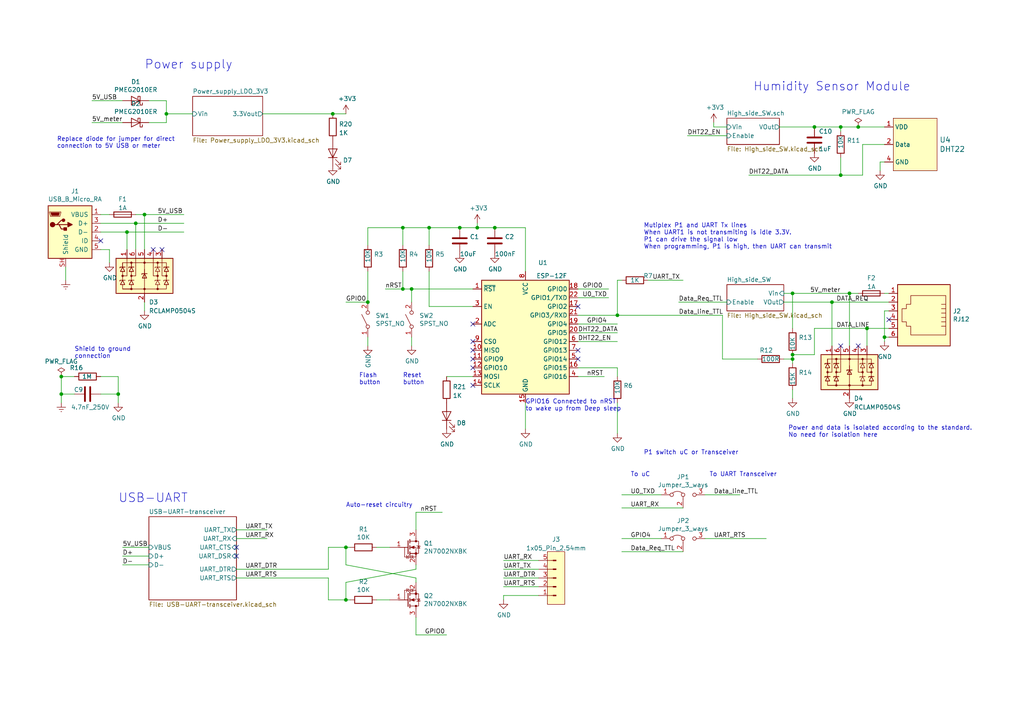
<source format=kicad_sch>
(kicad_sch (version 20211123) (generator eeschema)
  (paper "A4")
  (title_block (title "Smart meter reader to Wifi") (date "2021-12-13") (rev "V1") (company "ODiaz") (comment 1 "Orlando Diaz"))
  (lib_symbols
    (symbol "CON:USB_B_Micro_RA" (pin_names (offset 1.016))
      (property "Reference" "J" (at -3.81 11.43 0))
      (property "Value" "USB_B_Micro_RA" (at -3.81 8.89 0))
      (symbol "USB_B_Micro_RA_1_1"
        (pin power_out line (at 8.89 5.08 180) (length 2.54) (name "VBUS") (number "1"))
        (pin bidirectional line (at 8.89 0 180) (length 2.54) (name "D-") (number "2"))
        (pin bidirectional line (at 8.89 2.54 180) (length 2.54) (name "D+") (number "3"))
        (pin passive line (at 8.89 -2.54 180) (length 2.54) (name "ID") (number "4"))
        (pin power_out line (at 8.89 -5.08 180) (length 2.54) (name "GND") (number "5"))
        (pin passive line (at -1.27 -10.16 90) (length 2.54) (name "Shield") (number "SH"))
      )
    )
    (symbol "Capacitor_Ceramic_SMD_0603:100nF" (pin_numbers hide) (pin_names (offset 0.254))
      (property "Reference" "C" (at 0.635 2.54 0))
      (property "Value" "100nF" (at 0.635 -2.54 0))
      (symbol "100nF_1_1"
        (pin passive line (at 0 3.81 270) (length 2.794) (name "~") (number "1"))
        (pin passive line (at 0 -3.81 90) (length 2.794) (name "~") (number "2"))
      )
    )
    (symbol "Capacitor_Ceramic_SMD_0603:10uF" (pin_numbers hide) (pin_names (offset 0.254))
      (property "Reference" "C" (at 0.635 2.54 0))
      (property "Value" "10uF" (at 0.635 -2.54 0))
      (symbol "10uF_1_1"
        (pin passive line (at 0 3.81 270) (length 2.794) (name "~") (number "1"))
        (pin passive line (at 0 -3.81 90) (length 2.794) (name "~") (number "2"))
      )
    )
    (symbol "Capacitor_Ceramic_SMD_0603:1uF" (pin_numbers hide) (pin_names (offset 0.254))
      (property "Reference" "C" (at 0.635 2.54 0))
      (property "Value" "1uF" (at 0.635 -2.54 0))
      (symbol "1uF_1_1"
        (pin passive line (at 0 3.81 270) (length 2.794) (name "~") (number "1"))
        (pin passive line (at 0 -3.81 90) (length 2.794) (name "~") (number "2"))
      )
    )
    (symbol "Capacitor_Ceramic_SMD_0603:4.7nF_250V" (pin_numbers hide) (pin_names (offset 0.254))
      (property "Reference" "C" (at 0.635 2.54 0))
      (property "Value" "4.7nF_250V" (at 0.635 -2.54 0))
      (symbol "4.7nF_250V_1_1"
        (pin passive line (at 0 3.81 270) (length 2.794) (name "~") (number "1"))
        (pin passive line (at 0 -3.81 90) (length 2.794) (name "~") (number "2"))
      )
    )
    (symbol "Connector_THT:1x05_Pin_2.54mm" (pin_names (offset 1.016) hide)
      (property "Reference" "J" (at -2.54 11.43 0))
      (property "Value" "1x05_Pin_2.54mm" (at 5.08 8.89 0))
      (symbol "1x05_Pin_2.54mm_1_1"
        (pin passive line (at -5.08 5.08 0) (length 3.81) (name "Pin_1") (number "1"))
        (pin passive line (at -5.08 2.54 0) (length 3.81) (name "Pin_2") (number "2"))
        (pin passive line (at -5.08 0 0) (length 3.81) (name "Pin_3") (number "3"))
        (pin passive line (at -5.08 -2.54 0) (length 3.81) (name "Pin_4") (number "4"))
        (pin passive line (at -5.08 -5.08 0) (length 3.81) (name "Pin_5") (number "5"))
      )
    )
    (symbol "Connector_THT:Jumper_3_ways" (pin_names (offset 0) hide)
      (property "Reference" "JP" (at -2.54 -2.54 0))
      (property "Value" "Jumper_3_ways" (at 0 2.794 0))
      (symbol "Jumper_3_ways_1_1"
        (pin passive line (at -6.35 0 0) (length 2.54) (name "A") (number "1"))
        (pin input line (at 0 -3.81 90) (length 2.54) (name "C") (number "2"))
        (pin passive line (at 6.35 0 180) (length 2.54) (name "B") (number "3"))
      )
    )
    (symbol "Connector_THT:RJ12" (pin_names (offset 1.016))
      (property "Reference" "J" (at -5.08 11.43 0))
      (property "Value" "RJ12" (at 2.54 11.43 0))
      (symbol "RJ12_1_1"
        (pin passive line (at 10.16 -5.08 180) (length 2.54) (name "~") (number "1"))
        (pin passive line (at 10.16 -2.54 180) (length 2.54) (name "~") (number "2"))
        (pin passive line (at 10.16 0 180) (length 2.54) (name "~") (number "3"))
        (pin passive line (at 10.16 2.54 180) (length 2.54) (name "~") (number "4"))
        (pin passive line (at 10.16 5.08 180) (length 2.54) (name "~") (number "5"))
        (pin passive line (at 10.16 7.62 180) (length 2.54) (name "~") (number "6"))
      )
    )
    (symbol "Diode_SMD:PMEG2010ER" (pin_numbers hide) (pin_names hide)
      (property "Reference" "D" (at 0 2.54 0))
      (property "Value" "PMEG2010ER" (at 0 -2.54 0))
      (symbol "PMEG2010ER_1_1"
        (pin passive line (at -3.81 0 0) (length 2.54) (name "K") (number "1"))
        (pin passive line (at 3.81 0 180) (length 2.54) (name "A") (number "2"))
      )
    )
    (symbol "Diode_SMD:RCLAMP0504S" (pin_names hide)
      (property "Reference" "D" (at 13.97 2.54 0))
      (property "Value" "RCLAMP0504S" (at 13.97 0.635 0))
      (symbol "RCLAMP0504S_0_0"
        (pin passive line (at 0 -7.62 90) (length 2.54) (name "A") (number "2"))
      )
      (symbol "RCLAMP0504S_1_1"
        (pin passive line (at -5.08 7.62 270) (length 2.54) (name "K1") (number "1"))
        (pin passive line (at 5.08 7.62 270) (length 2.54) (name "K3") (number "3"))
        (pin passive line (at 2.54 7.62 270) (length 2.54) (name "K4") (number "4"))
        (pin passive line (at 0 7.62 270) (length 2.54) (name "K5") (number "5"))
        (pin passive line (at -2.54 7.62 270) (length 2.54) (name "K6") (number "6"))
      )
    )
    (symbol "Fuse_SMD_1206:1A" (pin_numbers hide) (pin_names (offset 0))
      (property "Reference" "F" (at 2.032 0 90))
      (property "Value" "1A" (at -1.905 0 90))
      (symbol "1A_1_1"
        (pin passive line (at 0 3.81 270) (length 1.27) (name "~") (number "1"))
        (pin passive line (at 0 -3.81 90) (length 1.27) (name "~") (number "2"))
      )
    )
    (symbol "IC_Analog:DHT22"
      (property "Reference" "U" (at -5.08 8.89 0))
      (property "Value" "DHT22" (at 2.54 8.89 0))
      (symbol "DHT22_0_0"
        (pin power_in line (at -8.89 5.08 0) (length 2.54) (name "VDD") (number "1"))
      )
      (symbol "DHT22_1_1"
        (pin bidirectional line (at -8.89 0 0) (length 2.54) (name "Data") (number "2"))
        (pin no_connect line (at -8.89 -2.54 0) (length 2.54) hide (name "NC") (number "3"))
        (pin power_in line (at -8.89 -5.08 0) (length 2.54) (name "GND") (number "4"))
      )
    )
    (symbol "IC_Digital:ESP-12F"
      (property "Reference" "U" (at -12.7 19.05 0))
      (property "Value" "ESP-12F" (at 12.7 19.05 0))
      (symbol "ESP-12F_1_1"
        (pin input line (at -15.24 15.24 0) (length 2.54) (name "~{RST}") (number "1"))
        (pin bidirectional line (at -15.24 -2.54 0) (length 2.54) (name "MISO") (number "10"))
        (pin bidirectional line (at -15.24 -5.08 0) (length 2.54) (name "GPIO9") (number "11"))
        (pin bidirectional line (at -15.24 -7.62 0) (length 2.54) (name "GPIO10") (number "12"))
        (pin bidirectional line (at -15.24 -10.16 0) (length 2.54) (name "MOSI") (number "13"))
        (pin bidirectional line (at -15.24 -12.7 0) (length 2.54) (name "SCLK") (number "14"))
        (pin power_in line (at 0 -17.78 90) (length 2.54) (name "GND") (number "15"))
        (pin bidirectional line (at 15.24 -7.62 180) (length 2.54) (name "GPIO15") (number "16"))
        (pin bidirectional line (at 15.24 10.16 180) (length 2.54) (name "GPIO2") (number "17"))
        (pin bidirectional line (at 15.24 15.24 180) (length 2.54) (name "GPIO0") (number "18"))
        (pin bidirectional line (at 15.24 5.08 180) (length 2.54) (name "GPIO4") (number "19"))
        (pin input line (at -15.24 5.08 0) (length 2.54) (name "ADC") (number "2"))
        (pin bidirectional line (at 15.24 2.54 180) (length 2.54) (name "GPIO5") (number "20"))
        (pin bidirectional line (at 15.24 7.62 180) (length 2.54) (name "GPIO3/RXD") (number "21"))
        (pin bidirectional line (at 15.24 12.7 180) (length 2.54) (name "GPIO1/TXD") (number "22"))
        (pin input line (at -15.24 10.16 0) (length 2.54) (name "EN") (number "3"))
        (pin bidirectional line (at 15.24 -10.16 180) (length 2.54) (name "GPIO16") (number "4"))
        (pin bidirectional line (at 15.24 -5.08 180) (length 2.54) (name "GPIO14") (number "5"))
        (pin bidirectional line (at 15.24 0 180) (length 2.54) (name "GPIO12") (number "6"))
        (pin bidirectional line (at 15.24 -2.54 180) (length 2.54) (name "GPIO13") (number "7"))
        (pin power_in line (at 0 20.32 270) (length 2.54) (name "VCC") (number "8"))
        (pin input line (at -15.24 0 0) (length 2.54) (name "CS0") (number "9"))
      )
    )
    (symbol "MECH_Switch_SMD:SPST_NO" (pin_names (offset 0) hide)
      (property "Reference" "SW" (at 0 3.175 0))
      (property "Value" "SPST_NO" (at 0 -2.54 0))
      (symbol "SPST_NO_1_1"
        (pin passive line (at -5.08 0 0) (length 2.54) (name "A") (number "1"))
        (pin passive line (at 5.08 0 180) (length 2.54) (name "B") (number "2"))
      )
    )
    (symbol "OPTO_LED_0603:Green" (pin_numbers hide) (pin_names (offset 1.016) hide)
      (property "Reference" "D" (at 0 2.54 0))
      (symbol "Green_1_1"
        (pin passive line (at -3.81 0 0) (length 2.54) (name "K") (number "1"))
        (pin passive line (at 3.81 0 180) (length 2.54) (name "A") (number "2"))
      )
    )
    (symbol "Resistor_SMD_0603:100R" (pin_numbers hide) (pin_names (offset 0))
      (property "Reference" "R" (at 2.032 0 90))
      (property "Value" "100R" (at 0 0 90))
      (symbol "100R_1_1"
        (pin passive line (at 0 3.81 270) (length 1.27) (name "~") (number "1"))
        (pin passive line (at 0 -3.81 90) (length 1.27) (name "~") (number "2"))
      )
    )
    (symbol "Resistor_SMD_0603:10K" (pin_numbers hide) (pin_names (offset 0))
      (property "Reference" "R" (at 2.032 0 90))
      (property "Value" "10K" (at 0 0 90))
      (symbol "10K_1_1"
        (pin passive line (at 0 3.81 270) (length 1.27) (name "~") (number "1"))
        (pin passive line (at 0 -3.81 90) (length 1.27) (name "~") (number "2"))
      )
    )
    (symbol "Resistor_SMD_0603:15K" (pin_numbers hide) (pin_names (offset 0))
      (property "Reference" "R" (at 2.032 0 90))
      (property "Value" "15K" (at 0 0 90))
      (symbol "15K_1_1"
        (pin passive line (at 0 3.81 270) (length 1.27) (name "~") (number "1"))
        (pin passive line (at 0 -3.81 90) (length 1.27) (name "~") (number "2"))
      )
    )
    (symbol "Resistor_SMD_0603:1K" (pin_numbers hide) (pin_names (offset 0))
      (property "Reference" "R" (at 2.032 0 90))
      (property "Value" "1K" (at 0 0 90))
      (symbol "1K_1_1"
        (pin passive line (at 0 3.81 270) (length 1.27) (name "~") (number "1"))
        (pin passive line (at 0 -3.81 90) (length 1.27) (name "~") (number "2"))
      )
    )
    (symbol "Resistor_SMD_0603:1M" (pin_numbers hide) (pin_names (offset 0))
      (property "Reference" "R" (at 2.032 0 90))
      (property "Value" "1M" (at 0 0 90))
      (symbol "1M_1_1"
        (pin passive line (at 0 3.81 270) (length 1.27) (name "~") (number "1"))
        (pin passive line (at 0 -3.81 90) (length 1.27) (name "~") (number "2"))
      )
    )
    (symbol "Transistor:2N7002NXBK" (pin_names (offset 0) hide)
      (property "Reference" "Q" (at 2.54 1.905 0))
      (property "Value" "2N7002NXBK" (at 2.54 0 0))
      (symbol "2N7002NXBK_1_1"
        (pin input line (at -7.62 0 0) (length 5.334) (name "G") (number "1"))
        (pin passive line (at 0 -5.08 90) (length 2.54) (name "S") (number "2"))
        (pin passive line (at 0 5.08 270) (length 2.54) (name "D") (number "3"))
      )
    )
    (symbol "power:Earth" (power) (pin_names (offset 0))
      (symbol "Earth_1_1"
        (pin power_in line (at 0 0 270) (length 0) hide (name "Earth") (number "1"))
      )
    )
    (symbol "power:GND" (power) (pin_names (offset 0))
      (property "Value" "GND" (at 0 -3.81 0))
      (symbol "GND_1_1"
        (pin power_in line (at 0 0 270) (length 0) hide (name "GND") (number "1"))
      )
    )
    (symbol "power:PWR_FLAG" (power) (pin_numbers hide) (pin_names (offset 0) hide)
      (property "Value" "PWR_FLAG" (at 0 3.81 0))
      (symbol "PWR_FLAG_0_0"
        (pin power_out line (at 0 0 90) (length 0) (name "pwr") (number "1"))
      )
    )
    (symbol "smartmeterreader-rescue:+3.3V-power" (power) (pin_names (offset 0))
      (property "Value" "+3.3V-power" (at 0 3.556 0))
      (symbol "+3.3V-power_1_1"
        (pin power_in line (at 0 0 90) (length 0) hide (name "+3V3") (number "1"))
      )
    )
  )
  (junction (at 241.3 87.63))
  (junction (at 48.26 33.02))
  (junction (at 39.37 64.77))
  (junction (at 248.92 36.83))
  (junction (at 243.84 36.83))
  (junction (at 34.29 114.3))
  (junction (at 246.38 85.09))
  (junction (at 229.87 102.87))
  (junction (at 124.46 66.04))
  (junction (at 179.07 91.44))
  (junction (at 138.43 66.04))
  (junction (at 251.46 95.25))
  (junction (at 100.33 173.99))
  (junction (at 17.78 109.22))
  (junction (at 133.35 66.04))
  (junction (at 36.83 67.31))
  (junction (at 119.38 83.82))
  (junction (at 17.78 114.3))
  (junction (at 106.68 87.63))
  (junction (at 229.87 85.09))
  (junction (at 243.84 50.8))
  (junction (at 96.52 33.02))
  (junction (at 100.33 158.75))
  (junction (at 256.54 97.79))
  (junction (at 229.87 104.14))
  (junction (at 116.84 66.04))
  (junction (at 143.51 66.04))
  (junction (at 41.91 62.23))
  (junction (at 236.22 36.83))
  (junction (at 116.84 83.82))
  (no_connect (at 243.84 100.33))
  (no_connect (at 44.45 72.39))
  (no_connect (at 167.64 88.9))
  (no_connect (at 137.16 99.06))
  (no_connect (at 68.58 161.29))
  (no_connect (at 137.16 101.6))
  (no_connect (at 137.16 104.14))
  (no_connect (at 137.16 93.98))
  (no_connect (at 137.16 111.76))
  (no_connect (at 29.21 69.85))
  (no_connect (at 257.81 92.71))
  (no_connect (at 137.16 106.68))
  (no_connect (at 167.64 104.14))
  (no_connect (at 68.58 158.75))
  (no_connect (at 248.92 100.33))
  (no_connect (at 167.64 101.6))
  (no_connect (at 46.99 72.39))
  (wire (pts (xy 119.38 83.82) (xy 137.16 83.82)))
  (wire (pts (xy 124.46 66.04) (xy 133.35 66.04)))
  (wire (pts (xy 111.76 83.82) (xy 116.84 83.82)))
  (wire (pts (xy 167.64 109.22) (xy 175.26 109.22)))
  (wire (pts (xy 116.84 83.82) (xy 119.38 83.82)))
  (wire (pts (xy 68.58 165.1) (xy 95.25 165.1)))
  (wire (pts (xy 43.18 35.56) (xy 48.26 35.56)))
  (wire (pts (xy 41.91 90.17) (xy 41.91 87.63)))
  (wire (pts (xy 106.68 71.12) (xy 106.68 66.04)))
  (wire (pts (xy 106.68 100.33) (xy 106.68 97.79)))
  (wire (pts (xy 41.91 62.23) (xy 41.91 72.39)))
  (wire (pts (xy 116.84 78.74) (xy 116.84 83.82)))
  (wire (pts (xy 229.87 102.87) (xy 236.22 102.87)))
  (wire (pts (xy 256.54 85.09) (xy 257.81 85.09)))
  (wire (pts (xy 251.46 95.25) (xy 257.81 95.25)))
  (wire (pts (xy 236.22 36.83) (xy 243.84 36.83)))
  (wire (pts (xy 179.07 106.68) (xy 179.07 109.22)))
  (wire (pts (xy 229.87 113.03) (xy 229.87 115.57)))
  (wire (pts (xy 167.64 86.36) (xy 176.53 86.36)))
  (wire (pts (xy 146.05 172.72) (xy 156.21 172.72)))
  (wire (pts (xy 76.2 33.02) (xy 96.52 33.02)))
  (wire (pts (xy 120.65 153.67) (xy 120.65 148.59)))
  (wire (pts (xy 133.35 66.04) (xy 138.43 66.04)))
  (wire (pts (xy 95.25 167.64) (xy 95.25 173.99)))
  (wire (pts (xy 167.64 99.06) (xy 179.07 99.06)))
  (wire (pts (xy 36.83 67.31) (xy 53.34 67.31)))
  (wire (pts (xy 119.38 87.63) (xy 119.38 83.82)))
  (wire (pts (xy 109.22 173.99) (xy 113.03 173.99)))
  (wire (pts (xy 29.21 62.23) (xy 31.75 62.23)))
  (wire (pts (xy 180.34 81.28) (xy 179.07 81.28)))
  (wire (pts (xy 243.84 38.1) (xy 243.84 36.83)))
  (wire (pts (xy 48.26 35.56) (xy 48.26 33.02)))
  (wire (pts (xy 26.67 29.21) (xy 35.56 29.21)))
  (wire (pts (xy 120.65 148.59) (xy 128.27 148.59)))
  (wire (pts (xy 68.58 156.21) (xy 77.47 156.21)))
  (wire (pts (xy 191.77 143.51) (xy 180.34 143.51)))
  (wire (pts (xy 36.83 72.39) (xy 36.83 67.31)))
  (wire (pts (xy 146.05 172.72) (xy 146.05 173.99)))
  (wire (pts (xy 204.47 143.51) (xy 214.63 143.51)))
  (wire (pts (xy 243.84 36.83) (xy 248.92 36.83)))
  (wire (pts (xy 152.4 124.46) (xy 152.4 116.84)))
  (wire (pts (xy 68.58 167.64) (xy 95.25 167.64)))
  (wire (pts (xy 250.19 50.8) (xy 243.84 50.8)))
  (wire (pts (xy 106.68 66.04) (xy 116.84 66.04)))
  (wire (pts (xy 179.07 81.28) (xy 179.07 91.44)))
  (wire (pts (xy 100.33 173.99) (xy 101.6 173.99)))
  (wire (pts (xy 246.38 85.09) (xy 248.92 85.09)))
  (wire (pts (xy 48.26 29.21) (xy 48.26 33.02)))
  (wire (pts (xy 35.56 163.83) (xy 43.18 163.83)))
  (wire (pts (xy 246.38 100.33) (xy 246.38 85.09)))
  (wire (pts (xy 209.55 91.44) (xy 209.55 104.14)))
  (wire (pts (xy 116.84 71.12) (xy 116.84 66.04)))
  (wire (pts (xy 124.46 78.74) (xy 124.46 88.9)))
  (wire (pts (xy 167.64 106.68) (xy 179.07 106.68)))
  (wire (pts (xy 21.59 114.3) (xy 17.78 114.3)))
  (wire (pts (xy 210.82 39.37) (xy 199.39 39.37)))
  (wire (pts (xy 100.33 158.75) (xy 100.33 163.83)))
  (wire (pts (xy 251.46 95.25) (xy 251.46 100.33)))
  (wire (pts (xy 241.3 87.63) (xy 257.81 87.63)))
  (wire (pts (xy 255.27 46.99) (xy 256.54 46.99)))
  (wire (pts (xy 256.54 99.06) (xy 256.54 97.79)))
  (wire (pts (xy 241.3 100.33) (xy 241.3 87.63)))
  (wire (pts (xy 256.54 97.79) (xy 257.81 97.79)))
  (wire (pts (xy 227.33 104.14) (xy 229.87 104.14)))
  (wire (pts (xy 256.54 41.91) (xy 250.19 41.91)))
  (wire (pts (xy 120.65 165.1) (xy 120.65 163.83)))
  (wire (pts (xy 191.77 156.21) (xy 180.34 156.21)))
  (wire (pts (xy 146.05 167.64) (xy 156.21 167.64)))
  (wire (pts (xy 207.01 35.56) (xy 207.01 36.83)))
  (wire (pts (xy 256.54 97.79) (xy 256.54 90.17)))
  (wire (pts (xy 124.46 71.12) (xy 124.46 66.04)))
  (wire (pts (xy 187.96 81.28) (xy 198.12 81.28)))
  (wire (pts (xy 31.75 72.39) (xy 31.75 76.2)))
  (wire (pts (xy 137.16 88.9) (xy 124.46 88.9)))
  (wire (pts (xy 167.64 93.98) (xy 179.07 93.98)))
  (wire (pts (xy 96.52 33.02) (xy 100.33 33.02)))
  (wire (pts (xy 210.82 87.63) (xy 196.85 87.63)))
  (wire (pts (xy 29.21 67.31) (xy 36.83 67.31)))
  (wire (pts (xy 95.25 158.75) (xy 100.33 158.75)))
  (wire (pts (xy 26.67 35.56) (xy 35.56 35.56)))
  (wire (pts (xy 204.47 156.21) (xy 222.25 156.21)))
  (wire (pts (xy 180.34 160.02) (xy 198.12 160.02)))
  (wire (pts (xy 227.33 85.09) (xy 229.87 85.09)))
  (wire (pts (xy 179.07 116.84) (xy 179.07 125.73)))
  (wire (pts (xy 120.65 167.64) (xy 100.33 163.83)))
  (wire (pts (xy 100.33 168.91) (xy 120.65 165.1)))
  (wire (pts (xy 17.78 114.3) (xy 17.78 116.84)))
  (wire (pts (xy 109.22 158.75) (xy 113.03 158.75)))
  (wire (pts (xy 167.64 96.52) (xy 179.07 96.52)))
  (wire (pts (xy 226.06 36.83) (xy 236.22 36.83)))
  (wire (pts (xy 146.05 162.56) (xy 156.21 162.56)))
  (wire (pts (xy 229.87 105.41) (xy 229.87 104.14)))
  (wire (pts (xy 236.22 95.25) (xy 251.46 95.25)))
  (wire (pts (xy 116.84 66.04) (xy 124.46 66.04)))
  (wire (pts (xy 227.33 87.63) (xy 241.3 87.63)))
  (wire (pts (xy 217.17 50.8) (xy 243.84 50.8)))
  (wire (pts (xy 48.26 33.02) (xy 55.88 33.02)))
  (wire (pts (xy 146.05 170.18) (xy 156.21 170.18)))
  (wire (pts (xy 207.01 36.83) (xy 210.82 36.83)))
  (wire (pts (xy 179.07 91.44) (xy 209.55 91.44)))
  (wire (pts (xy 29.21 114.3) (xy 34.29 114.3)))
  (wire (pts (xy 229.87 85.09) (xy 246.38 85.09)))
  (wire (pts (xy 43.18 158.75) (xy 35.56 158.75)))
  (wire (pts (xy 146.05 165.1) (xy 156.21 165.1)))
  (wire (pts (xy 120.65 184.15) (xy 129.54 184.15)))
  (wire (pts (xy 236.22 102.87) (xy 236.22 95.25)))
  (wire (pts (xy 120.65 179.07) (xy 120.65 184.15)))
  (wire (pts (xy 39.37 64.77) (xy 53.34 64.77)))
  (wire (pts (xy 95.25 173.99) (xy 100.33 173.99)))
  (wire (pts (xy 138.43 66.04) (xy 143.51 66.04)))
  (wire (pts (xy 229.87 95.25) (xy 229.87 85.09)))
  (wire (pts (xy 29.21 64.77) (xy 39.37 64.77)))
  (wire (pts (xy 21.59 109.22) (xy 17.78 109.22)))
  (wire (pts (xy 100.33 158.75) (xy 101.6 158.75)))
  (wire (pts (xy 43.18 29.21) (xy 48.26 29.21)))
  (wire (pts (xy 143.51 66.04) (xy 152.4 66.04)))
  (wire (pts (xy 209.55 104.14) (xy 219.71 104.14)))
  (wire (pts (xy 106.68 78.74) (xy 106.68 87.63)))
  (wire (pts (xy 167.64 83.82) (xy 176.53 83.82)))
  (wire (pts (xy 198.12 147.32) (xy 180.34 147.32)))
  (wire (pts (xy 100.33 87.63) (xy 106.68 87.63)))
  (wire (pts (xy 34.29 109.22) (xy 34.29 114.3)))
  (wire (pts (xy 31.75 72.39) (xy 29.21 72.39)))
  (wire (pts (xy 119.38 100.33) (xy 119.38 97.79)))
  (wire (pts (xy 250.19 41.91) (xy 250.19 50.8)))
  (wire (pts (xy 35.56 161.29) (xy 43.18 161.29)))
  (wire (pts (xy 167.64 91.44) (xy 179.07 91.44)))
  (wire (pts (xy 34.29 114.3) (xy 34.29 116.84)))
  (wire (pts (xy 29.21 109.22) (xy 34.29 109.22)))
  (wire (pts (xy 152.4 66.04) (xy 152.4 78.74)))
  (wire (pts (xy 39.37 72.39) (xy 39.37 64.77)))
  (wire (pts (xy 41.91 62.23) (xy 53.34 62.23)))
  (wire (pts (xy 229.87 102.87) (xy 229.87 104.14)))
  (wire (pts (xy 19.05 81.28) (xy 19.05 77.47)))
  (wire (pts (xy 255.27 49.53) (xy 255.27 46.99)))
  (wire (pts (xy 17.78 109.22) (xy 17.78 114.3)))
  (wire (pts (xy 129.54 109.22) (xy 137.16 109.22)))
  (wire (pts (xy 256.54 90.17) (xy 257.81 90.17)))
  (wire (pts (xy 95.25 165.1) (xy 95.25 158.75)))
  (wire (pts (xy 248.92 36.83) (xy 256.54 36.83)))
  (wire (pts (xy 39.37 62.23) (xy 41.91 62.23)))
  (wire (pts (xy 243.84 45.72) (xy 243.84 50.8)))
  (wire (pts (xy 100.33 173.99) (xy 100.33 168.91)))
  (wire (pts (xy 138.43 64.77) (xy 138.43 66.04)))
  (wire (pts (xy 68.58 153.67) (xy 77.47 153.67)))
  (wire (pts (xy 120.65 168.91) (xy 120.65 167.64)))
  (text "Mutiplex P1 and UART Tx lines\nWhen UART1 is not transmiting is idle 3.3V. \nP1 can drive the signal low \nWhen programming, P1 is high, then UART can transmit" (at 186.69 72.39 0) (effects (font (size 1.27 1.27)) (justify left bottom)))
  (text "Shield to ground \nconnection" (at 21.59 104.14 0) (effects (font (size 1.27 1.27)) (justify left bottom)))
  (text "Flash\nbutton" (at 104.14 111.76 0) (effects (font (size 1.27 1.27)) (justify left bottom)))
  (text "Reset\nbutton" (at 116.84 111.76 0) (effects (font (size 1.27 1.27)) (justify left bottom)))
  (text "Power supply" (at 41.91 20.32 0) (effects (font (size 2.54 2.54)) (justify left bottom)))
  (text "To UART Transceiver" (at 205.74 138.43 0) (effects (font (size 1.27 1.27)) (justify left bottom)))
  (text "To uC" (at 182.88 138.43 0) (effects (font (size 1.27 1.27)) (justify left bottom)))
  (text "P1 switch uC or Transceiver\n" (at 186.69 132.08 0) (effects (font (size 1.27 1.27)) (justify left bottom)))
  (text "USB-UART " (at 34.29 146.05 0) (effects (font (size 2.54 2.54)) (justify left bottom)))
  (text "Humidity Sensor Module" (at 218.44 26.67 0) (effects (font (size 2.4892 2.4892)) (justify left bottom)))
  (text "Replace diode for jumper for direct \nconnection to 5V USB or meter" (at 16.51 43.18 0) (effects (font (size 1.2446 1.2446)) (justify left bottom)))
  (text "Auto-reset circuitry" (at 100.33 147.32 0) (effects (font (size 1.27 1.27)) (justify left bottom)))
  (text "GPIO16 Connected to nRST \nto wake up from Deep sleep" (at 152.4 119.38 0) (effects (font (size 1.27 1.27)) (justify left bottom)))
  (text "Power and data is isolated according to the standard. \nNo need for isolation here\n" (at 228.6 127 0) (effects (font (size 1.27 1.27)) (justify left bottom)))
  (label "DHT22_EN" (at 167.64 99.06 0))
  (label "UART_TX" (at 146.05 165.1 0))
  (label "U0_TXD" (at 182.88 143.51 0))
  (label "DATA_REQ" (at 242.57 87.63 0))
  (label "5V_USB" (at 45.72 62.23 0))
  (label "UART_RX" (at 182.88 147.32 0))
  (label "5V_meter" (at 26.67 35.56 0))
  (label "GPIO4" (at 170.18 93.98 0))
  (label "nRST" (at 170.18 109.22 0))
  (label "D-" (at 35.56 163.83 0))
  (label "GPIO0" (at 100.33 87.63 0))
  (label "5V_USB" (at 26.67 29.21 0))
  (label "5V_meter" (at 234.95 85.09 0))
  (label "GPIO0" (at 123.19 184.15 0))
  (label "UART_RTS" (at 207.01 156.21 0))
  (label "DATA_LINE" (at 242.57 95.25 0))
  (label "D+" (at 45.72 64.77 0))
  (label "D-" (at 45.72 67.31 0))
  (label "nRST" (at 111.76 83.82 0))
  (label "5V_USB" (at 35.56 158.75 0))
  (label "UART_RTS" (at 146.05 170.18 0))
  (label "UART_DTR" (at 71.12 165.1 0))
  (label "GPIO0" (at 168.91 83.82 0))
  (label "DHT22_DATA" (at 217.17 50.8 0))
  (label "UART_RX" (at 146.05 162.56 0))
  (label "UART_TX" (at 71.12 153.67 0))
  (label "nRST" (at 121.92 148.59 0))
  (label "UART_DTR" (at 146.05 167.64 0))
  (label "UART_RTS" (at 71.12 167.64 0))
  (label "Data_line_TTL" (at 207.01 143.51 0))
  (label "GPIO4" (at 182.88 156.21 0))
  (label "Data_Req_TTL" (at 182.88 160.02 0))
  (label "Data_Req_TTL" (at 196.85 87.63 0))
  (label "DHT22_DATA" (at 167.64 96.52 0))
  (label "UART_TX" (at 189.23 81.28 0))
  (label "U0_TXD" (at 168.91 86.36 0))
  (label "Data_line_TTL" (at 196.85 91.44 0))
  (label "UART_RX" (at 71.12 156.21 0))
  (label "D+" (at 35.56 161.29 0))
  (label "DHT22_EN" (at 199.39 39.37 0))
  (symbol (lib_id "power:GND") (at 256.54 99.06 0) (unit 1)
    (property "Reference" "#PWR012" (effects hide))
    (property "Value" "GND" (at 256.667 103.4542 0))
  )
  (symbol (lib_id "power:GND") (at 31.75 76.2 0) (unit 1)
    (property "Reference" "#PWR01" (effects hide))
    (property "Value" "GND" (at 31.877 80.5942 0))
  )
  (symbol (lib_id "power:GND") (at 152.4 124.46 0) (unit 1)
    (property "Reference" "#PWR09" (effects hide))
    (property "Value" "GND" (at 152.527 128.8542 0))
  )
  (symbol (lib_id "Diode_SMD:RCLAMP0504S") (at 41.91 80.01 0) (unit 1)
    (property "Reference" "D3" (at 43.18 87.63 0) (effects (justify left)))
    (property "Value" "RCLAMP0504S" (at 43.18 90.17 0) (effects (justify left)))
    (property "Footprint" "Package_TO_SOT_SMD:SOT-23-6" (effects hide))
    (property "Datasheet" "https://www.farnell.com/datasheets/1750574.pdf" (effects hide))
    (property "MPN" "RCLAMP0504S.TCT" (effects hide))
    (property "Manufacturer" "Semtech" (effects hide))
    (property "Description" "Low Capacitance TVS Diode Array, 3.3V Standoff, 4 Channels, SOT-23" (effects hide))
    (property "Installed" "NI" (effects hide))
    (property "Generic" "0" (effects hide))
    (property "Reviewed" "No" (effects hide))
  )
  (symbol (lib_id "power:GND") (at 41.91 90.17 0) (unit 1)
    (property "Reference" "#PWR02" (effects hide))
    (property "Value" "GND" (at 42.037 94.5642 0))
  )
  (symbol (lib_id "Diode_SMD:RCLAMP0504S") (at 246.38 107.95 0) (unit 1)
    (property "Reference" "D4" (at 247.65 115.57 0) (effects (justify left)))
    (property "Value" "RCLAMP0504S" (at 247.65 118.11 0) (effects (justify left)))
    (property "Footprint" "Package_TO_SOT_SMD:SOT-23-6" (effects hide))
    (property "Datasheet" "https://www.farnell.com/datasheets/1750574.pdf" (effects hide))
    (property "MPN" "RCLAMP0504S.TCT" (effects hide))
    (property "Manufacturer" "Semtech" (effects hide))
    (property "Description" "Low Capacitance TVS Diode Array, 3.3V Standoff, 4 Channels, SOT-23" (effects hide))
    (property "Installed" "NI" (effects hide))
    (property "Generic" "0" (effects hide))
    (property "Reviewed" "No" (effects hide))
  )
  (symbol (lib_id "Resistor_SMD_0603:10K") (at 105.41 158.75 270) (unit 1)
    (property "Reference" "R1" (at 105.41 153.4922 90))
    (property "Value" "10K" (at 105.41 155.8036 90))
    (property "Footprint" "Resistor_SMD:R_0603_1608Metric" (effects hide))
    (property "Datasheet" "http://www.vishay.com/docs/28705/mcx0x0xpro.pdf" (effects hide))
    (property "Description" "10K 1% 100ppm 0603" (effects hide))
    (property "Populate" "1" (effects hide))
    (property "Generic" "1" (effects hide))
    (property "Installed" "NI" (effects hide))
  )
  (symbol (lib_id "Resistor_SMD_0603:10K") (at 105.41 173.99 270) (unit 1)
    (property "Reference" "R2" (at 105.41 168.7322 90))
    (property "Value" "10K" (at 105.41 171.0436 90))
    (property "Footprint" "Resistor_SMD:R_0603_1608Metric" (effects hide))
    (property "Datasheet" "http://www.vishay.com/docs/28705/mcx0x0xpro.pdf" (effects hide))
    (property "Description" "10K 1% 100ppm 0603" (effects hide))
    (property "Populate" "1" (effects hide))
    (property "Generic" "1" (effects hide))
    (property "Installed" "NI" (effects hide))
  )
  (symbol (lib_id "power:GND") (at 246.38 115.57 0) (unit 1)
    (property "Reference" "#PWR011" (effects hide))
    (property "Value" "GND" (at 246.507 119.9642 0))
  )
  (symbol (lib_id "CON:USB_B_Micro_RA") (at 20.32 67.31 0) (unit 1)
    (property "Reference" "J1" (at 21.7678 55.4482 0))
    (property "Value" "USB_B_Micro_RA" (at 21.7678 57.7596 0))
    (property "Footprint" "Connector_digital:USB_Micro_B_Female_10118193-0001LF" (effects hide))
    (property "Datasheet" "https://cdn.amphenol-icc.com/media/wysiwyg/files/drawing/10118193.pdf" (effects hide))
    (property "Manufacturer" "Amphenol ICC" (effects hide))
    (property "Description" "Micro USB 2.0, Input Output Connectors, B TYPE RECEPTACLE" (effects hide))
    (property "MPN" "10118193-0001LF" (effects hide))
    (property "Installed" "NI" (effects hide))
    (property "Generic" "0" (effects hide))
    (property "Reviewed" "No" (effects hide))
  )
  (symbol (lib_id "IC_Digital:ESP-12F") (at 152.4 99.06 0) (unit 1)
    (property "Reference" "U1" (at 157.48 76.2 0))
    (property "Value" "ESP-12F" (at 160.02 80.01 0))
    (property "Footprint" "RF_Module:ESP-12E" (effects hide))
    (property "Datasheet" "https://media.digikey.com/pdf/Data%20Sheets/Adafruit%20PDFs/2491_Web.pdf" (effects hide))
    (property "Manufacturer" "Adafruit" (effects hide))
    (property "Description" "WiFi Development Tools - 802.11 ESP8266 SMT Module - ESP-12F" (effects hide))
    (property "MPN" "2491" (effects hide))
    (property "Installed" "NI" (effects hide))
    (property "Generic" "0" (effects hide))
    (property "Reviewed" "No" (effects hide))
  )
  (symbol (lib_id "Resistor_SMD_0603:10K") (at 116.84 74.93 0) (unit 1)
    (property "Reference" "R4" (at 118.618 73.7616 0) (effects (justify left)))
    (property "Value" "10K" (at 116.84 76.2 90) (effects (justify left)))
    (property "Footprint" "Resistor_SMD:R_0603_1608Metric" (effects hide))
    (property "Datasheet" "http://www.vishay.com/docs/28705/mcx0x0xpro.pdf" (effects hide))
    (property "Description" "10K 1% 100ppm 0603" (effects hide))
    (property "Populate" "1" (effects hide))
    (property "Generic" "1" (effects hide))
    (property "Installed" "NI" (effects hide))
  )
  (symbol (lib_id "smartmeterreader-rescue:+3.3V-power") (at 100.33 33.02 0) (unit 1)
    (property "Reference" "#PWR03" (effects hide))
    (property "Value" "+3.3V" (at 100.711 28.6258 0))
  )
  (symbol (lib_id "Resistor_SMD_0603:10K") (at 124.46 74.93 0) (unit 1)
    (property "Reference" "R5" (at 126.238 73.7616 0) (effects (justify left)))
    (property "Value" "10K" (at 124.46 76.2 90) (effects (justify left)))
    (property "Footprint" "Resistor_SMD:R_0603_1608Metric" (effects hide))
    (property "Datasheet" "http://www.vishay.com/docs/28705/mcx0x0xpro.pdf" (effects hide))
    (property "Description" "10K 1% 100ppm 0603" (effects hide))
    (property "Populate" "1" (effects hide))
    (property "Generic" "1" (effects hide))
    (property "Installed" "NI" (effects hide))
  )
  (symbol (lib_id "Capacitor_Ceramic_SMD_0603:10uF") (at 133.35 69.85 0) (unit 1)
    (property "Reference" "C1" (at 136.271 68.6816 0) (effects (justify left)))
    (property "Value" "10uF" (at 133.35 73.66 0) (effects (justify left)))
    (property "Footprint" "Capacitor_SMD:C_0805_2012Metric" (effects hide))
    (property "MPN" "GRM21BR6YA106KE43L " (effects hide))
    (property "Manufacturer" "Murata" (effects hide))
    (property "Description" "10uF 10% 35V X5R 0805" (effects hide))
    (property "Generic" "1" (effects hide))
    (property "Installed" "NI" (effects hide))
  )
  (symbol (lib_id "Capacitor_Ceramic_SMD_0603:100nF") (at 143.51 69.85 0) (unit 1)
    (property "Reference" "C2" (at 146.431 68.6816 0) (effects (justify left)))
    (property "Value" "100nF" (at 143.51 73.66 0) (effects (justify left)))
    (property "Footprint" "Capacitor_SMD:C_0603_1608Metric_Pad1.08x0.95mm_HandSolder" (effects hide))
    (property "MPN" "CGA3E2X7R1H104K080AA" (effects hide))
    (property "Manufacturer" "TDK" (effects hide))
    (property "Description" "100nF 10% 50V X7R 0603" (effects hide))
    (property "Generic" "1" (effects hide))
    (property "Populate" "1" (effects hide))
    (property "Installed" "NI" (effects hide))
  )
  (symbol (lib_id "power:GND") (at 133.35 73.66 0) (unit 1)
    (property "Reference" "#PWR06" (effects hide))
    (property "Value" "GND" (at 133.477 78.0542 0))
  )
  (symbol (lib_id "power:GND") (at 143.51 73.66 0) (unit 1)
    (property "Reference" "#PWR08" (effects hide))
    (property "Value" "GND" (at 143.637 78.0542 0))
  )
  (symbol (lib_id "smartmeterreader-rescue:+3.3V-power") (at 138.43 64.77 0) (unit 1)
    (property "Reference" "#PWR07" (effects hide))
    (property "Value" "+3.3V" (at 138.811 60.3758 0))
  )
  (symbol (lib_id "Resistor_SMD_0603:10K") (at 106.68 74.93 0) (unit 1)
    (property "Reference" "R3" (at 108.458 73.7616 0) (effects (justify left)))
    (property "Value" "10K" (at 106.68 76.2 90) (effects (justify left)))
    (property "Footprint" "Resistor_SMD:R_0603_1608Metric" (effects hide))
    (property "Datasheet" "http://www.vishay.com/docs/28705/mcx0x0xpro.pdf" (effects hide))
    (property "Description" "10K 1% 100ppm 0603" (effects hide))
    (property "Populate" "1" (effects hide))
    (property "Generic" "1" (effects hide))
    (property "Installed" "NI" (effects hide))
  )
  (symbol (lib_id "Resistor_SMD_0603:10K") (at 179.07 113.03 0) (unit 1)
    (property "Reference" "R6" (at 180.848 111.8616 0) (effects (justify left)))
    (property "Value" "10K" (at 179.07 114.3 90) (effects (justify left)))
    (property "Footprint" "Resistor_SMD:R_0603_1608Metric" (effects hide))
    (property "Datasheet" "http://www.vishay.com/docs/28705/mcx0x0xpro.pdf" (effects hide))
    (property "Description" "10K 1% 100ppm 0603" (effects hide))
    (property "Populate" "1" (effects hide))
    (property "Generic" "1" (effects hide))
    (property "Installed" "NI" (effects hide))
  )
  (symbol (lib_id "power:GND") (at 179.07 125.73 0) (unit 1)
    (property "Reference" "#PWR010" (effects hide))
    (property "Value" "GND" (at 179.197 130.1242 0))
  )
  (symbol (lib_id "Resistor_SMD_0603:1K") (at 184.15 81.28 270) (unit 1)
    (property "Reference" "R7" (at 187.96 80.01 90))
    (property "Value" "1K" (at 184.15 81.28 90))
    (property "Footprint" "Resistor_SMD:R_0603_1608Metric" (effects hide))
    (property "Datasheet" "http://www.vishay.com/docs/28705/mcx0x0xpro.pdf" (effects hide))
    (property "Description" "1K 1% 100ppm 0603" (effects hide))
    (property "Populate" "1" (effects hide))
    (property "Generic" "1" (effects hide))
    (property "Installed" "NI" (effects hide))
    (property "MPN" "CRCW06031K00FKEAC" (effects hide))
    (property "Manufacturer" "Vishay" (effects hide))
  )
  (symbol (lib_id "Transistor:2N7002NXBK") (at 120.65 158.75 0) (unit 1)
    (property "Reference" "Q1" (at 122.8852 157.5816 0) (effects (justify left)))
    (property "Value" "2N7002NXBK" (at 122.8852 159.893 0) (effects (justify left)))
    (property "Footprint" "Package_TO_SOT_SMD:SOT-23" (effects hide))
    (property "Datasheet" "https://assets.nexperia.com/documents/data-sheet/2N7002NXBK.pdf" (effects hide))
    (property "MPN" "2N7002NXBKR" (effects hide))
    (property "Description" "60V 5.5A 104mOhm" (effects hide))
    (property "Manufacturer" "ON semiconductor" (effects hide))
    (property "Reviewed" "Yes" (effects hide))
  )
  (symbol (lib_id "Transistor:2N7002NXBK") (at 120.65 173.99 0) (mirror x) (unit 1)
    (property "Reference" "Q2" (at 122.8852 172.8216 0) (effects (justify left)))
    (property "Value" "2N7002NXBK" (at 122.8852 175.133 0) (effects (justify left)))
    (property "Footprint" "Package_TO_SOT_SMD:SOT-23" (effects hide))
    (property "Datasheet" "https://assets.nexperia.com/documents/data-sheet/2N7002NXBK.pdf" (effects hide))
    (property "MPN" "2N7002NXBKR" (effects hide))
    (property "Description" "60V 5.5A 104mOhm" (effects hide))
    (property "Manufacturer" "ON semiconductor" (effects hide))
    (property "Reviewed" "Yes" (effects hide))
  )
  (symbol (lib_id "MECH_Switch_SMD:SPST_NO") (at 119.38 92.71 90) (unit 1)
    (property "Reference" "SW2" (at 121.6152 91.5416 90) (effects (justify right)))
    (property "Value" "SPST_NO" (at 121.6152 93.853 90) (effects (justify right)))
    (property "Footprint" "MECH_Switch_SMD:SW_Push_1P1T_NO_CK_KMR2" (effects hide))
    (property "Datasheet" "https://www.ckswitches.com/media/1479/kmr2.pdf" (effects hide))
    (property "Manufacturer" "C&K" (effects hide))
    (property "Description" "SWITCH TACTILE SPST-NO,  0.05A 32V, silver contact, low current, no ground pin" (effects hide))
    (property "MPN" "KMR231NG ULC LFS" (effects hide))
    (property "Installed" "NI" (effects hide))
    (property "Generic" "0" (effects hide))
    (property "Reviewed" "No" (effects hide))
  )
  (symbol (lib_id "MECH_Switch_SMD:SPST_NO") (at 106.68 92.71 90) (unit 1)
    (property "Reference" "SW1" (at 108.9152 91.5416 90) (effects (justify right)))
    (property "Value" "SPST_NO" (at 108.9152 93.853 90) (effects (justify right)))
    (property "Footprint" "MECH_Switch_SMD:SW_Push_1P1T_NO_CK_KMR2" (effects hide))
    (property "Datasheet" "https://www.ckswitches.com/media/1479/kmr2.pdf" (effects hide))
    (property "Manufacturer" "C&K" (effects hide))
    (property "Description" "SWITCH TACTILE SPST-NO,  0.05A 32V, silver contact, low current, no ground pin" (effects hide))
    (property "MPN" "KMR231NG ULC LFS" (effects hide))
    (property "Installed" "NI" (effects hide))
    (property "Generic" "0" (effects hide))
    (property "Reviewed" "No" (effects hide))
  )
  (symbol (lib_id "power:GND") (at 106.68 100.33 0) (unit 1)
    (property "Reference" "#PWR04" (effects hide))
    (property "Value" "GND" (at 106.807 104.7242 90))
  )
  (symbol (lib_id "power:GND") (at 119.38 100.33 0) (unit 1)
    (property "Reference" "#PWR05" (effects hide))
    (property "Value" "GND" (at 119.507 104.7242 0))
  )
  (symbol (lib_id "Connector_THT:Jumper_3_ways") (at 198.12 143.51 0) (unit 1)
    (property "Reference" "JP1" (at 198.12 138.3284 0))
    (property "Value" "Jumper_3_ways" (at 198.12 140.6398 0))
    (property "Footprint" "Connector_PinHeader_2.54mm:PinHeader_1x03_P2.54mm_Vertical" (effects hide))
    (property "Datasheet" "https://cdn.harwin.com/pdfs/M20-999.pdf" (effects hide))
    (property "Manufacturer" "Harwin" (effects hide))
    (property "Description" "Pin Header,2.54mm, 3 ways, vertical, THT" (effects hide))
    (property "MPN" "M20-9990345" (effects hide))
    (property "Installed" "NI" (effects hide))
    (property "Generic" "0" (effects hide))
    (property "Reviewed" "No" (effects hide))
  )
  (symbol (lib_id "Connector_THT:Jumper_3_ways") (at 198.12 156.21 0) (unit 1)
    (property "Reference" "JP2" (at 198.12 151.0284 0))
    (property "Value" "Jumper_3_ways" (at 198.12 153.3398 0))
    (property "Footprint" "Connector_PinHeader_2.54mm:PinHeader_1x03_P2.54mm_Vertical" (effects hide))
    (property "Datasheet" "https://cdn.harwin.com/pdfs/M20-999.pdf" (effects hide))
    (property "Manufacturer" "Harwin" (effects hide))
    (property "Description" "Pin Header,2.54mm, 3 ways, vertical, THT" (effects hide))
    (property "MPN" "M20-9990345" (effects hide))
    (property "Installed" "NI" (effects hide))
    (property "Generic" "0" (effects hide))
    (property "Reviewed" "No" (effects hide))
  )
  (symbol (lib_id "Resistor_SMD_0603:1M") (at 25.4 109.22 90) (unit 1)
    (property "Reference" "R16" (at 24.13 106.68 90) (effects (justify left)))
    (property "Value" "1M" (at 26.67 109.22 90) (effects (justify left)))
    (property "Footprint" "Resistor_SMD:R_0603_1608Metric" (effects hide))
    (property "Datasheet" "http://www.vishay.com/docs/28705/mcx0x0xpro.pdf" (effects hide))
    (property "Description" "1M 1% 100ppm 0603" (effects hide))
    (property "Populate" "1" (effects hide))
    (property "Generic" "1" (effects hide))
    (property "Installed" "NI" (effects hide))
  )
  (symbol (lib_id "Capacitor_Ceramic_SMD_0603:4.7nF_250V") (at 25.4 114.3 90) (unit 1)
    (property "Reference" "C9" (at 24.13 113.03 90) (effects (justify left)))
    (property "Value" "4.7nF_250V" (at 31.75 118.11 90) (effects (justify left)))
    (property "Footprint" "Capacitor_SMD:C_0805_2012Metric" (effects hide))
    (property "Datasheet" "https://www.farnell.com/datasheets/2547041.pdf" (effects hide))
    (property "MPN" "885342207009" (effects hide))
    (property "Manufacturer" "Wurth Elektronik" (effects hide))
    (property "Description" "4.7nF 10% 250V X7R 0805" (effects hide))
    (property "Generic" "1" (effects hide))
    (property "Installed" "NI" (effects hide))
  )
  (symbol (lib_id "power:Earth") (at 19.05 81.28 0) (unit 1)
    (property "Reference" "#PWR0101" (effects hide))
    (property "Value" "Earth" (effects hide))
  )
  (symbol (lib_id "power:Earth") (at 17.78 116.84 0) (unit 1)
    (property "Reference" "#PWR0102" (effects hide))
    (property "Value" "Earth" (effects hide))
  )
  (symbol (lib_id "power:GND") (at 34.29 116.84 0) (unit 1)
    (property "Reference" "#PWR0103" (effects hide))
    (property "Value" "GND" (at 34.417 121.2342 0))
  )
  (symbol (lib_id "power:PWR_FLAG") (at 17.78 109.22 0) (unit 1)
    (property "Reference" "#FLG0103" (effects hide))
    (property "Value" "PWR_FLAG" (at 17.78 104.8258 0))
  )
  (symbol (lib_id "Connector_THT:RJ12") (at 267.97 90.17 180) (unit 1)
    (property "Reference" "J2" (at 276.352 90.2716 0) (effects (justify right)))
    (property "Value" "RJ12" (at 276.352 92.583 0) (effects (justify right)))
    (property "Footprint" "Connector_digital:RJ12_Amphenol_54601" (effects hide))
    (property "Manufacturer" "Amphenol ICC" (effects hide))
    (property "Description" "Modular Connector, Modular Jack, 1 x 1 (Port), 6P6C, Cat3, Through Hole Mount" (effects hide))
    (property "MPN" "54601-906WPLF" (effects hide))
    (property "Installed" "NI" (effects hide))
    (property "Generic" "0" (effects hide))
    (property "Reviewed" "No" (effects hide))
  )
  (symbol (lib_id "Resistor_SMD_0603:10K") (at 229.87 99.06 0) (unit 1)
    (property "Reference" "R13" (at 231.648 97.8916 0) (effects (justify left)))
    (property "Value" "10K" (at 229.87 101.6 90) (effects (justify left)))
    (property "Footprint" "Resistor_SMD:R_0603_1608Metric" (effects hide))
    (property "Datasheet" "http://www.vishay.com/docs/28705/mcx0x0xpro.pdf" (effects hide))
    (property "Description" "10K 1% 100ppm 0603" (effects hide))
    (property "Populate" "1" (effects hide))
    (property "Generic" "1" (effects hide))
    (property "Installed" "NI" (effects hide))
  )
  (symbol (lib_id "Resistor_SMD_0603:100R") (at 223.52 104.14 270) (unit 1)
    (property "Reference" "R12" (at 222.25 101.6 90))
    (property "Value" "100R" (at 223.52 104.14 90))
    (property "Footprint" "Resistor_SMD:R_0603_1608Metric" (effects hide))
    (property "Datasheet" "http://www.vishay.com/docs/28705/mcx0x0xpro.pdf" (effects hide))
    (property "Description" "100R 1% 100ppm 0603" (effects hide))
    (property "Populate" "1" (effects hide))
    (property "Generic" "1" (effects hide))
    (property "Installed" "NI" (effects hide))
  )
  (symbol (lib_id "Resistor_SMD_0603:15K") (at 229.87 109.22 0) (unit 1)
    (property "Reference" "R14" (at 231.648 108.0516 0) (effects (justify left)))
    (property "Value" "15K" (at 229.87 111.76 90) (effects (justify left)))
    (property "Footprint" "Resistor_SMD:R_0603_1608Metric" (effects hide))
    (property "Datasheet" "http://www.vishay.com/docs/28705/mcx0x0xpro.pdf" (effects hide))
    (property "Description" "15K 1% 100ppm 0603" (effects hide))
    (property "Populate" "1" (effects hide))
    (property "Generic" "1" (effects hide))
    (property "Installed" "NI" (effects hide))
  )
  (symbol (lib_id "power:GND") (at 229.87 115.57 0) (unit 1)
    (property "Reference" "#PWR024" (effects hide))
    (property "Value" "GND" (at 229.997 119.9642 0))
  )
  (symbol (lib_id "IC_Analog:DHT22") (at 265.43 41.91 0) (unit 1)
    (property "Reference" "U4" (at 272.4912 40.5638 0) (effects (font (size 1.524 1.524)) (justify left)))
    (property "Value" "DHT22" (at 272.4912 43.2562 0) (effects (font (size 1.524 1.524)) (justify left)))
    (property "Footprint" "Modules:DHT22_7.7x15.1_P2mm" (effects hide))
    (property "Datasheet" "https://cdn-shop.adafruit.com/datasheets/DHT22.pdf" (effects hide))
    (property "MPN" "DHT22" (effects hide))
    (property "Description" "Humidity Temperature Sensor 0 ~ 100% RH Digital ±2% 2 s Through Hole" (effects hide))
    (property "Manufacturer" "Adafruit" (effects hide))
    (property "Status" "Active" (effects hide))
    (property "Installed" "NI" (effects hide))
    (property "Generic" "0" (effects hide))
    (property "Reviewed" "No" (effects hide))
  )
  (symbol (lib_id "smartmeterreader-rescue:+3.3V-power") (at 207.01 35.56 0) (unit 1)
    (property "Reference" "#PWR021" (effects hide))
    (property "Value" "+3.3V" (at 207.391 31.1658 0))
  )
  (symbol (lib_id "power:GND") (at 255.27 49.53 0) (unit 1)
    (property "Reference" "#PWR023" (effects hide))
    (property "Value" "GND" (at 255.397 53.9242 0))
  )
  (symbol (lib_id "Resistor_SMD_0603:10K") (at 243.84 41.91 0) (unit 1)
    (property "Reference" "R11" (at 245.618 40.7416 0) (effects (justify left)))
    (property "Value" "10K" (at 243.84 43.18 90) (effects (justify left)))
    (property "Footprint" "Resistor_SMD:R_0603_1608Metric" (effects hide))
    (property "Datasheet" "http://www.vishay.com/docs/28705/mcx0x0xpro.pdf" (effects hide))
    (property "Description" "10K 1% 100ppm 0603" (effects hide))
    (property "Populate" "1" (effects hide))
    (property "Generic" "1" (effects hide))
    (property "Installed" "NI" (effects hide))
  )
  (symbol (lib_id "Capacitor_Ceramic_SMD_0603:1uF") (at 236.22 40.64 0) (unit 1)
    (property "Reference" "C10" (at 237.49 38.1 0) (effects (justify left)))
    (property "Value" "1uF" (at 237.49 43.18 0) (effects (justify left)))
    (property "Footprint" "Capacitor_SMD:C_0603_1608Metric_Pad1.08x0.95mm_HandSolder" (effects hide))
    (property "MPN" "C1608X7R1V105K080AC " (effects hide))
    (property "Manufacturer" "TDK" (effects hide))
    (property "Description" "1uF 10% 35V X7R 0603" (effects hide))
    (property "Generic" "1" (effects hide))
    (property "Populate" "1" (effects hide))
    (property "Installed" "NI" (effects hide))
  )
  (symbol (lib_id "power:GND") (at 236.22 44.45 0) (unit 1)
    (property "Reference" "#PWR022" (effects hide))
    (property "Value" "GND" (at 236.347 48.8442 0))
  )
  (symbol (lib_id "power:PWR_FLAG") (at 248.92 36.83 0) (unit 1)
    (property "Reference" "#FLG0104" (effects hide))
    (property "Value" "PWR_FLAG" (at 248.92 32.4358 0))
  )
  (symbol (lib_id "Diode_SMD:PMEG2010ER") (at 39.37 35.56 180) (unit 1)
    (property "Reference" "D2" (at 39.37 30.0736 0))
    (property "Value" "PMEG2010ER" (at 39.37 32.385 0))
    (property "Footprint" "Diode_SMD:D_SOD-123" (effects hide))
    (property "Datasheet" "https://www.farnell.com/datasheets/1383341.pdf" (effects hide))
    (property "Manufacturer" "NXP" (effects hide))
    (property "Description" "20V, 1A low Vf,  Schottky barrier rectifier, SOD-123W" (effects hide))
    (property "MPN" "PMEG2010ER" (effects hide))
    (property "Installed" "NI" (effects hide))
    (property "Generic" "0" (effects hide))
    (property "Reviewed" "No" (effects hide))
  )
  (symbol (lib_id "Fuse_SMD_1206:1A") (at 35.56 62.23 90) (unit 1)
    (property "Reference" "F1" (at 35.56 57.7682 90))
    (property "Value" "1A" (at 35.56 60.3051 90))
    (property "Footprint" "Fuse:Fuse_1206_3216Metric" (effects hide))
    (property "Datasheet" "http://www.farnell.com/datasheets/2864161.pdf?_ga=2.184030308.391814969.1573853408-1653772254.1568825986&_gac=1.16732612.1573857463.Cj0KCQiAtrnuBRDXARIsABiN-7AFNk2RZH6u0YbRmuREaDMqb3YZyswD8aMHuGMxei-1GDAEQbB9Rm0aAkdSEALw_wcB" (effects hide))
    (property "MPN" "MCCFB1206TTT/1" (effects hide))
    (property "Description" "Fuse, SMD, 1 A, 32 V, Slow Blow, 1206" (effects hide))
    (property "Manufacturer" "Multicom Pro" (effects hide))
    (property "Reviewed" "Yes" (effects hide))
  )
  (symbol (lib_id "OPTO_LED_0603:Green") (at 96.52 44.45 90) (unit 1)
    (property "Reference" "D7" (at 99.441 46.484 90) (effects (justify right)))
    (property "Value" "Green" (effects hide))
    (property "Footprint" "LED_SMD:LED_0603_1608Metric" (effects hide))
    (property "Datasheet" "https://katalog.we-online.de/led/datasheet/150060VS75000.pdf" (effects hide))
    (property "Description" "LED Green 20mA 2V" (effects hide))
    (property "Manufacturer" "Würth Elektronik" (effects hide))
    (property "MPN" "150060VS75000" (effects hide))
    (property "Installed" "NI" (effects hide))
    (property "Generic" "0" (effects hide))
    (property "Reviewed" "Yes" (effects hide))
  )
  (symbol (lib_id "Fuse_SMD_1206:1A") (at 252.73 85.09 90) (unit 1)
    (property "Reference" "F2" (at 252.73 80.6282 90))
    (property "Value" "1A" (at 252.73 83.1651 90))
    (property "Footprint" "Fuse:Fuse_1206_3216Metric" (effects hide))
    (property "Datasheet" "http://www.farnell.com/datasheets/2864161.pdf?_ga=2.184030308.391814969.1573853408-1653772254.1568825986&_gac=1.16732612.1573857463.Cj0KCQiAtrnuBRDXARIsABiN-7AFNk2RZH6u0YbRmuREaDMqb3YZyswD8aMHuGMxei-1GDAEQbB9Rm0aAkdSEALw_wcB" (effects hide))
    (property "MPN" "MCCFB1206TTT/1" (effects hide))
    (property "Description" "Fuse, SMD, 1 A, 32 V, Slow Blow, 1206" (effects hide))
    (property "Manufacturer" "Multicom Pro" (effects hide))
    (property "Reviewed" "Yes" (effects hide))
  )
  (symbol (lib_id "Resistor_SMD_0603:1K") (at 96.52 36.83 0) (unit 1)
    (property "Reference" "R20" (at 98.298 35.9953 0) (effects (justify left)))
    (property "Value" "1K" (at 98.298 38.5322 0) (effects (justify left)))
    (property "Footprint" "Resistor_SMD:R_0603_1608Metric" (effects hide))
    (property "Datasheet" "http://www.vishay.com/docs/28705/mcx0x0xpro.pdf" (effects hide))
    (property "Description" "1K 1% 100ppm 0603" (effects hide))
    (property "Populate" "1" (effects hide))
    (property "Generic" "1" (effects hide))
    (property "Installed" "NI" (effects hide))
    (property "MPN" "CRCW06031K00FKEAC" (effects hide))
    (property "Manufacturer" "Vishay" (effects hide))
  )
  (symbol (lib_id "Diode_SMD:PMEG2010ER") (at 39.37 29.21 180) (unit 1)
    (property "Reference" "D1" (at 39.37 23.7236 0))
    (property "Value" "PMEG2010ER" (at 39.37 26.035 0))
    (property "Footprint" "Diode_SMD:D_SOD-123" (effects hide))
    (property "Datasheet" "https://www.farnell.com/datasheets/1383341.pdf" (effects hide))
    (property "Manufacturer" "NXP" (effects hide))
    (property "Description" "20V, 1A low Vf,  Schottky barrier rectifier, SOD-123W" (effects hide))
    (property "MPN" "PMEG2010ER" (effects hide))
    (property "Installed" "NI" (effects hide))
    (property "Generic" "0" (effects hide))
    (property "Reviewed" "No" (effects hide))
  )
  (symbol (lib_id "power:GND") (at 96.52 48.26 0) (unit 1)
    (property "Reference" "#PWR0105" (effects hide))
    (property "Value" "GND" (at 96.647 52.6542 0))
  )
  (symbol (lib_id "OPTO_LED_0603:Green") (at 129.54 120.65 90) (unit 1)
    (property "Reference" "D8" (at 132.461 122.684 90) (effects (justify right)))
    (property "Value" "Green" (effects hide))
    (property "Footprint" "LED_SMD:LED_0603_1608Metric" (effects hide))
    (property "Datasheet" "https://katalog.we-online.de/led/datasheet/150060VS75000.pdf" (effects hide))
    (property "Description" "LED Green 20mA 2V" (effects hide))
    (property "Manufacturer" "Würth Elektronik" (effects hide))
    (property "MPN" "150060VS75000" (effects hide))
    (property "Installed" "NI" (effects hide))
    (property "Generic" "0" (effects hide))
    (property "Reviewed" "Yes" (effects hide))
  )
  (symbol (lib_id "Connector_THT:1x05_Pin_2.54mm") (at 161.29 167.64 0) (mirror x) (unit 1)
    (property "Reference" "J3" (at 161.29 156.4472 0))
    (property "Value" "1x05_Pin_2.54mm" (at 161.29 158.9841 0))
    (property "Footprint" "Connector_PinHeader_2.54mm:PinHeader_1x05_P2.54mm_Vertical" (effects hide))
    (property "Datasheet" "https://cdn.harwin.com/pdfs/M20-999.pdf" (effects hide))
    (property "Manufacturer" "Harwin" (effects hide))
    (property "Description" "Pin socket, Board-to-Board, 2.54 mm, 1 Rows, 5 Contacts, THT, M20 Series" (effects hide))
    (property "MPN" "M20-9990546" (effects hide))
    (property "Installed" "NI" (effects hide))
    (property "Generic" "0" (effects hide))
  )
  (symbol (lib_id "power:GND") (at 129.54 124.46 0) (unit 1)
    (property "Reference" "#PWR0104" (effects hide))
    (property "Value" "GND" (at 129.667 128.8542 0))
  )
  (symbol (lib_id "power:GND") (at 146.05 173.99 0) (unit 1)
    (property "Reference" "#PWR027" (effects hide))
    (property "Value" "GND" (at 146.177 178.3842 0))
  )
  (symbol (lib_id "Resistor_SMD_0603:1K") (at 129.54 113.03 0) (unit 1)
    (property "Reference" "R21" (at 131.318 112.1953 0) (effects (justify left)))
    (property "Value" "1K" (at 131.318 114.7322 0) (effects (justify left)))
    (property "Footprint" "Resistor_SMD:R_0603_1608Metric" (effects hide))
    (property "Datasheet" "http://www.vishay.com/docs/28705/mcx0x0xpro.pdf" (effects hide))
    (property "Description" "1K 1% 100ppm 0603" (effects hide))
    (property "Populate" "1" (effects hide))
    (property "Generic" "1" (effects hide))
    (property "Installed" "NI" (effects hide))
    (property "MPN" "CRCW06031K00FKEAC" (effects hide))
    (property "Manufacturer" "Vishay" (effects hide))
  )
  (sheet (at 43.18 149.86) (size 25.4 24.13)
    (property "Sheet name" "USB-UART-transceiver" (at 43.18 149.1484 0) (effects (justify left bottom)))
    (property "Sheet file" "USB-UART-transceiver.kicad_sch" (at 43.18 174.5746 0) (effects (justify left top)))
    (pin "D+" input (at 43.18 161.29 180))
    (pin "D-" input (at 43.18 163.83 180))
    (pin "VBUS" input (at 43.18 158.75 180))
    (pin "UART_TX" output (at 68.58 153.67 0))
    (pin "UART_RX" input (at 68.58 156.21 0))
    (pin "UART_CTS" input (at 68.58 158.75 0))
    (pin "UART_RTS" output (at 68.58 167.64 0))
    (pin "UART_DSR" input (at 68.58 161.29 0))
    (pin "UART_DTR" output (at 68.58 165.1 0))
  )
  (sheet (at 55.88 27.94) (size 20.32 11.43)
    (property "Sheet name" "Power_supply_LDO_3V3" (at 55.88 27.2284 0) (effects (justify left bottom)))
    (property "Sheet file" "Power_supply_LDO_3V3.kicad_sch" (at 55.88 39.9546 0) (effects (justify left top)))
    (pin "3.3Vout" output (at 76.2 33.02 0))
    (pin "Vin" input (at 55.88 33.02 180))
  )
  (sheet (at 210.82 82.55) (size 16.51 7.62)
    (property "Sheet name" "High_side_SW" (at 210.82 81.8384 0) (effects (justify left bottom)))
    (property "Sheet file" "High_side_SW.kicad_sch" (at 210.82 90.7546 0) (effects (justify left top)))
    (pin "Vin" input (at 227.33 85.09 0))
    (pin "Enable" input (at 210.82 87.63 180))
    (pin "VOut" output (at 227.33 87.63 0))
  )
  (sheet (at 210.82 34.29) (size 15.24 7.62)
    (property "Sheet name" "High_side_SW.sch" (at 210.82 33.5784 0) (effects (justify left bottom)))
    (property "Sheet file" "High_side_SW.kicad_sch" (at 210.82 42.4946 0) (effects (justify left top)))
    (pin "Vin" input (at 210.82 36.83 180))
    (pin "Enable" input (at 210.82 39.37 180))
    (pin "VOut" output (at 226.06 36.83 0))
  )
)
</source>
